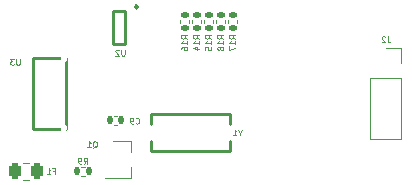
<source format=gbr>
%TF.GenerationSoftware,KiCad,Pcbnew,6.0.4-6f826c9f35~116~ubuntu21.10.1*%
%TF.CreationDate,2022-04-05T23:43:51+08:00*%
%TF.ProjectId,ST_Link_V2.1,53545f4c-696e-46b5-9f56-322e312e6b69,rev?*%
%TF.SameCoordinates,Original*%
%TF.FileFunction,Legend,Bot*%
%TF.FilePolarity,Positive*%
%FSLAX46Y46*%
G04 Gerber Fmt 4.6, Leading zero omitted, Abs format (unit mm)*
G04 Created by KiCad (PCBNEW 6.0.4-6f826c9f35~116~ubuntu21.10.1) date 2022-04-05 23:43:51*
%MOMM*%
%LPD*%
G01*
G04 APERTURE LIST*
G04 Aperture macros list*
%AMRoundRect*
0 Rectangle with rounded corners*
0 $1 Rounding radius*
0 $2 $3 $4 $5 $6 $7 $8 $9 X,Y pos of 4 corners*
0 Add a 4 corners polygon primitive as box body*
4,1,4,$2,$3,$4,$5,$6,$7,$8,$9,$2,$3,0*
0 Add four circle primitives for the rounded corners*
1,1,$1+$1,$2,$3*
1,1,$1+$1,$4,$5*
1,1,$1+$1,$6,$7*
1,1,$1+$1,$8,$9*
0 Add four rect primitives between the rounded corners*
20,1,$1+$1,$2,$3,$4,$5,0*
20,1,$1+$1,$4,$5,$6,$7,0*
20,1,$1+$1,$6,$7,$8,$9,0*
20,1,$1+$1,$8,$9,$2,$3,0*%
G04 Aperture macros list end*
%ADD10C,0.125000*%
%ADD11C,0.100000*%
%ADD12C,0.120000*%
%ADD13C,0.254000*%
%ADD14C,0.250000*%
%ADD15C,0.600000*%
%ADD16O,2.000000X0.900000*%
%ADD17O,1.700000X0.900000*%
%ADD18R,1.700000X1.700000*%
%ADD19O,1.700000X1.700000*%
%ADD20RoundRect,0.140000X-0.140000X-0.170000X0.140000X-0.170000X0.140000X0.170000X-0.140000X0.170000X0*%
%ADD21RoundRect,0.243750X0.243750X0.456250X-0.243750X0.456250X-0.243750X-0.456250X0.243750X-0.456250X0*%
%ADD22R,0.900000X0.800000*%
%ADD23RoundRect,0.135000X-0.135000X-0.185000X0.135000X-0.185000X0.135000X0.185000X-0.135000X0.185000X0*%
%ADD24RoundRect,0.135000X-0.185000X0.135000X-0.185000X-0.135000X0.185000X-0.135000X0.185000X0.135000X0*%
%ADD25R,1.100000X0.600000*%
%ADD26R,2.200000X1.000000*%
%ADD27R,2.200000X3.500000*%
%ADD28R,1.900000X2.400000*%
G04 APERTURE END LIST*
D10*
%TO.C,J2*%
X89828666Y-79228190D02*
X89828666Y-79585333D01*
X89852476Y-79656761D01*
X89900095Y-79704380D01*
X89971523Y-79728190D01*
X90019142Y-79728190D01*
X89614380Y-79275809D02*
X89590571Y-79252000D01*
X89542952Y-79228190D01*
X89423904Y-79228190D01*
X89376285Y-79252000D01*
X89352476Y-79275809D01*
X89328666Y-79323428D01*
X89328666Y-79371047D01*
X89352476Y-79442476D01*
X89638190Y-79728190D01*
X89328666Y-79728190D01*
D11*
%TO.C,C9*%
X68483333Y-86578571D02*
X68507142Y-86602380D01*
X68578571Y-86626190D01*
X68626190Y-86626190D01*
X68697619Y-86602380D01*
X68745238Y-86554761D01*
X68769047Y-86507142D01*
X68792857Y-86411904D01*
X68792857Y-86340476D01*
X68769047Y-86245238D01*
X68745238Y-86197619D01*
X68697619Y-86150000D01*
X68626190Y-86126190D01*
X68578571Y-86126190D01*
X68507142Y-86150000D01*
X68483333Y-86173809D01*
X68245238Y-86626190D02*
X68150000Y-86626190D01*
X68102380Y-86602380D01*
X68078571Y-86578571D01*
X68030952Y-86507142D01*
X68007142Y-86411904D01*
X68007142Y-86221428D01*
X68030952Y-86173809D01*
X68054761Y-86150000D01*
X68102380Y-86126190D01*
X68197619Y-86126190D01*
X68245238Y-86150000D01*
X68269047Y-86173809D01*
X68292857Y-86221428D01*
X68292857Y-86340476D01*
X68269047Y-86388095D01*
X68245238Y-86411904D01*
X68197619Y-86435714D01*
X68102380Y-86435714D01*
X68054761Y-86411904D01*
X68030952Y-86388095D01*
X68007142Y-86340476D01*
%TO.C,F1*%
X61507666Y-90642285D02*
X61674333Y-90642285D01*
X61674333Y-90904190D02*
X61674333Y-90404190D01*
X61436238Y-90404190D01*
X60983857Y-90904190D02*
X61269571Y-90904190D01*
X61126714Y-90904190D02*
X61126714Y-90404190D01*
X61174333Y-90475619D01*
X61221952Y-90523238D01*
X61269571Y-90547047D01*
%TO.C,Q1*%
X64847619Y-88673809D02*
X64895238Y-88650000D01*
X64942857Y-88602380D01*
X65014285Y-88530952D01*
X65061904Y-88507142D01*
X65109523Y-88507142D01*
X65085714Y-88626190D02*
X65133333Y-88602380D01*
X65180952Y-88554761D01*
X65204761Y-88459523D01*
X65204761Y-88292857D01*
X65180952Y-88197619D01*
X65133333Y-88150000D01*
X65085714Y-88126190D01*
X64990476Y-88126190D01*
X64942857Y-88150000D01*
X64895238Y-88197619D01*
X64871428Y-88292857D01*
X64871428Y-88459523D01*
X64895238Y-88554761D01*
X64942857Y-88602380D01*
X64990476Y-88626190D01*
X65085714Y-88626190D01*
X64395238Y-88626190D02*
X64680952Y-88626190D01*
X64538095Y-88626190D02*
X64538095Y-88126190D01*
X64585714Y-88197619D01*
X64633333Y-88245238D01*
X64680952Y-88269047D01*
%TO.C,R9*%
X64091333Y-90015190D02*
X64258000Y-89777095D01*
X64377047Y-90015190D02*
X64377047Y-89515190D01*
X64186571Y-89515190D01*
X64138952Y-89539000D01*
X64115142Y-89562809D01*
X64091333Y-89610428D01*
X64091333Y-89681857D01*
X64115142Y-89729476D01*
X64138952Y-89753285D01*
X64186571Y-89777095D01*
X64377047Y-89777095D01*
X63853238Y-90015190D02*
X63758000Y-90015190D01*
X63710380Y-89991380D01*
X63686571Y-89967571D01*
X63638952Y-89896142D01*
X63615142Y-89800904D01*
X63615142Y-89610428D01*
X63638952Y-89562809D01*
X63662761Y-89539000D01*
X63710380Y-89515190D01*
X63805619Y-89515190D01*
X63853238Y-89539000D01*
X63877047Y-89562809D01*
X63900857Y-89610428D01*
X63900857Y-89729476D01*
X63877047Y-89777095D01*
X63853238Y-89800904D01*
X63805619Y-89824714D01*
X63710380Y-89824714D01*
X63662761Y-89800904D01*
X63638952Y-89777095D01*
X63615142Y-89729476D01*
%TO.C,R14*%
X73886190Y-79434571D02*
X73648095Y-79267904D01*
X73886190Y-79148857D02*
X73386190Y-79148857D01*
X73386190Y-79339333D01*
X73410000Y-79386952D01*
X73433809Y-79410761D01*
X73481428Y-79434571D01*
X73552857Y-79434571D01*
X73600476Y-79410761D01*
X73624285Y-79386952D01*
X73648095Y-79339333D01*
X73648095Y-79148857D01*
X73886190Y-79910761D02*
X73886190Y-79625047D01*
X73886190Y-79767904D02*
X73386190Y-79767904D01*
X73457619Y-79720285D01*
X73505238Y-79672666D01*
X73529047Y-79625047D01*
X73552857Y-80339333D02*
X73886190Y-80339333D01*
X73362380Y-80220285D02*
X73719523Y-80101238D01*
X73719523Y-80410761D01*
%TO.C,R16*%
X72870190Y-79434571D02*
X72632095Y-79267904D01*
X72870190Y-79148857D02*
X72370190Y-79148857D01*
X72370190Y-79339333D01*
X72394000Y-79386952D01*
X72417809Y-79410761D01*
X72465428Y-79434571D01*
X72536857Y-79434571D01*
X72584476Y-79410761D01*
X72608285Y-79386952D01*
X72632095Y-79339333D01*
X72632095Y-79148857D01*
X72870190Y-79910761D02*
X72870190Y-79625047D01*
X72870190Y-79767904D02*
X72370190Y-79767904D01*
X72441619Y-79720285D01*
X72489238Y-79672666D01*
X72513047Y-79625047D01*
X72370190Y-80339333D02*
X72370190Y-80244095D01*
X72394000Y-80196476D01*
X72417809Y-80172666D01*
X72489238Y-80125047D01*
X72584476Y-80101238D01*
X72774952Y-80101238D01*
X72822571Y-80125047D01*
X72846380Y-80148857D01*
X72870190Y-80196476D01*
X72870190Y-80291714D01*
X72846380Y-80339333D01*
X72822571Y-80363142D01*
X72774952Y-80386952D01*
X72655904Y-80386952D01*
X72608285Y-80363142D01*
X72584476Y-80339333D01*
X72560666Y-80291714D01*
X72560666Y-80196476D01*
X72584476Y-80148857D01*
X72608285Y-80125047D01*
X72655904Y-80101238D01*
%TO.C,R17*%
X76934190Y-79434571D02*
X76696095Y-79267904D01*
X76934190Y-79148857D02*
X76434190Y-79148857D01*
X76434190Y-79339333D01*
X76458000Y-79386952D01*
X76481809Y-79410761D01*
X76529428Y-79434571D01*
X76600857Y-79434571D01*
X76648476Y-79410761D01*
X76672285Y-79386952D01*
X76696095Y-79339333D01*
X76696095Y-79148857D01*
X76934190Y-79910761D02*
X76934190Y-79625047D01*
X76934190Y-79767904D02*
X76434190Y-79767904D01*
X76505619Y-79720285D01*
X76553238Y-79672666D01*
X76577047Y-79625047D01*
X76434190Y-80077428D02*
X76434190Y-80410761D01*
X76934190Y-80196476D01*
%TO.C,R18*%
X75918190Y-79434571D02*
X75680095Y-79267904D01*
X75918190Y-79148857D02*
X75418190Y-79148857D01*
X75418190Y-79339333D01*
X75442000Y-79386952D01*
X75465809Y-79410761D01*
X75513428Y-79434571D01*
X75584857Y-79434571D01*
X75632476Y-79410761D01*
X75656285Y-79386952D01*
X75680095Y-79339333D01*
X75680095Y-79148857D01*
X75918190Y-79910761D02*
X75918190Y-79625047D01*
X75918190Y-79767904D02*
X75418190Y-79767904D01*
X75489619Y-79720285D01*
X75537238Y-79672666D01*
X75561047Y-79625047D01*
X75632476Y-80196476D02*
X75608666Y-80148857D01*
X75584857Y-80125047D01*
X75537238Y-80101238D01*
X75513428Y-80101238D01*
X75465809Y-80125047D01*
X75442000Y-80148857D01*
X75418190Y-80196476D01*
X75418190Y-80291714D01*
X75442000Y-80339333D01*
X75465809Y-80363142D01*
X75513428Y-80386952D01*
X75537238Y-80386952D01*
X75584857Y-80363142D01*
X75608666Y-80339333D01*
X75632476Y-80291714D01*
X75632476Y-80196476D01*
X75656285Y-80148857D01*
X75680095Y-80125047D01*
X75727714Y-80101238D01*
X75822952Y-80101238D01*
X75870571Y-80125047D01*
X75894380Y-80148857D01*
X75918190Y-80196476D01*
X75918190Y-80291714D01*
X75894380Y-80339333D01*
X75870571Y-80363142D01*
X75822952Y-80386952D01*
X75727714Y-80386952D01*
X75680095Y-80363142D01*
X75656285Y-80339333D01*
X75632476Y-80291714D01*
%TO.C,U2*%
X67563952Y-80361466D02*
X67563952Y-80766228D01*
X67540142Y-80813847D01*
X67516333Y-80837656D01*
X67468714Y-80861466D01*
X67373476Y-80861466D01*
X67325857Y-80837656D01*
X67302047Y-80813847D01*
X67278238Y-80766228D01*
X67278238Y-80361466D01*
X67063952Y-80409085D02*
X67040142Y-80385276D01*
X66992523Y-80361466D01*
X66873476Y-80361466D01*
X66825857Y-80385276D01*
X66802047Y-80409085D01*
X66778238Y-80456704D01*
X66778238Y-80504323D01*
X66802047Y-80575752D01*
X67087761Y-80861466D01*
X66778238Y-80861466D01*
%TO.C,U3*%
X58673952Y-81133190D02*
X58673952Y-81537952D01*
X58650142Y-81585571D01*
X58626333Y-81609380D01*
X58578714Y-81633190D01*
X58483476Y-81633190D01*
X58435857Y-81609380D01*
X58412047Y-81585571D01*
X58388238Y-81537952D01*
X58388238Y-81133190D01*
X58197761Y-81133190D02*
X57888238Y-81133190D01*
X58054904Y-81323666D01*
X57983476Y-81323666D01*
X57935857Y-81347476D01*
X57912047Y-81371285D01*
X57888238Y-81418904D01*
X57888238Y-81537952D01*
X57912047Y-81585571D01*
X57935857Y-81609380D01*
X57983476Y-81633190D01*
X58126333Y-81633190D01*
X58173952Y-81609380D01*
X58197761Y-81585571D01*
%TO.C,Y1*%
X77338095Y-87388095D02*
X77338095Y-87626190D01*
X77504761Y-87126190D02*
X77338095Y-87388095D01*
X77171428Y-87126190D01*
X76742857Y-87626190D02*
X77028571Y-87626190D01*
X76885714Y-87626190D02*
X76885714Y-87126190D01*
X76933333Y-87197619D01*
X76980952Y-87245238D01*
X77028571Y-87269047D01*
%TO.C,R15*%
X74902190Y-79434571D02*
X74664095Y-79267904D01*
X74902190Y-79148857D02*
X74402190Y-79148857D01*
X74402190Y-79339333D01*
X74426000Y-79386952D01*
X74449809Y-79410761D01*
X74497428Y-79434571D01*
X74568857Y-79434571D01*
X74616476Y-79410761D01*
X74640285Y-79386952D01*
X74664095Y-79339333D01*
X74664095Y-79148857D01*
X74902190Y-79910761D02*
X74902190Y-79625047D01*
X74902190Y-79767904D02*
X74402190Y-79767904D01*
X74473619Y-79720285D01*
X74521238Y-79672666D01*
X74545047Y-79625047D01*
X74402190Y-80363142D02*
X74402190Y-80125047D01*
X74640285Y-80101238D01*
X74616476Y-80125047D01*
X74592666Y-80172666D01*
X74592666Y-80291714D01*
X74616476Y-80339333D01*
X74640285Y-80363142D01*
X74687904Y-80386952D01*
X74806952Y-80386952D01*
X74854571Y-80363142D01*
X74878380Y-80339333D01*
X74902190Y-80291714D01*
X74902190Y-80172666D01*
X74878380Y-80125047D01*
X74854571Y-80101238D01*
D12*
%TO.C,J2*%
X88332000Y-82804000D02*
X88332000Y-87944000D01*
X90992000Y-82804000D02*
X90992000Y-87944000D01*
X90992000Y-80204000D02*
X89662000Y-80204000D01*
X90992000Y-87944000D02*
X88332000Y-87944000D01*
X90992000Y-82804000D02*
X88332000Y-82804000D01*
X90992000Y-81534000D02*
X90992000Y-80204000D01*
%TO.C,C9*%
X66694164Y-86720000D02*
X66909836Y-86720000D01*
X66694164Y-86000000D02*
X66909836Y-86000000D01*
%TO.C,F1*%
X59440578Y-91388000D02*
X58923422Y-91388000D01*
X59440578Y-89968000D02*
X58923422Y-89968000D01*
%TO.C,Q1*%
X68070000Y-91242000D02*
X68070000Y-90312000D01*
X68070000Y-88082000D02*
X66610000Y-88082000D01*
X68070000Y-88082000D02*
X68070000Y-89012000D01*
X68070000Y-91242000D02*
X65910000Y-91242000D01*
%TO.C,R9*%
X63854359Y-90298000D02*
X64161641Y-90298000D01*
X63854359Y-91058000D02*
X64161641Y-91058000D01*
%TO.C,R14*%
X74040000Y-77824359D02*
X74040000Y-78131641D01*
X73280000Y-77824359D02*
X73280000Y-78131641D01*
%TO.C,R16*%
X73024000Y-77824359D02*
X73024000Y-78131641D01*
X72264000Y-77824359D02*
X72264000Y-78131641D01*
%TO.C,R17*%
X76328000Y-77824359D02*
X76328000Y-78131641D01*
X77088000Y-77824359D02*
X77088000Y-78131641D01*
%TO.C,R18*%
X76072000Y-77824359D02*
X76072000Y-78131641D01*
X75312000Y-77824359D02*
X75312000Y-78131641D01*
D13*
%TO.C,U2*%
X67556000Y-77086000D02*
X67556000Y-79886000D01*
X66556000Y-79886000D02*
X67556000Y-79886000D01*
X66556000Y-77086000D02*
X66556000Y-79886000D01*
X66556000Y-77086000D02*
X67556000Y-77086000D01*
D14*
X68681000Y-76736000D02*
G75*
G03*
X68681000Y-76736000I-125000J0D01*
G01*
D13*
%TO.C,U3*%
X62614000Y-81074000D02*
X62614000Y-87074000D01*
X59814000Y-81074000D02*
X59814000Y-87074000D01*
X59814000Y-87074000D02*
X62614000Y-87074000D01*
X59814000Y-81074000D02*
X62614000Y-81074000D01*
%TO.C,Y1*%
X69827000Y-88076000D02*
X69827000Y-88976000D01*
X69827000Y-85776000D02*
X69827000Y-86676000D01*
X69827000Y-85776000D02*
X76477000Y-85776000D01*
X76477000Y-88076000D02*
X76477000Y-88976000D01*
X69827000Y-88976000D02*
X76477000Y-88976000D01*
X76477000Y-85776000D02*
X76477000Y-86676000D01*
D12*
%TO.C,R15*%
X74296000Y-77824359D02*
X74296000Y-78131641D01*
X75056000Y-77824359D02*
X75056000Y-78131641D01*
%TD*%
%LPC*%
D15*
%TO.C,J1*%
X62410000Y-81184000D03*
X62410000Y-86964000D03*
D16*
X62890000Y-79754000D03*
X62890000Y-88394000D03*
D17*
X58720000Y-79754000D03*
X58720000Y-88394000D03*
%TD*%
D18*
%TO.C,J3*%
X82042000Y-78994000D03*
D19*
X82042000Y-81534000D03*
X82042000Y-84074000D03*
X82042000Y-86614000D03*
X82042000Y-89154000D03*
X84582000Y-78994000D03*
X84582000Y-81534000D03*
X84582000Y-84074000D03*
X84582000Y-86614000D03*
X84582000Y-89154000D03*
X87122000Y-78994000D03*
X87122000Y-81534000D03*
X87122000Y-84074000D03*
X87122000Y-86614000D03*
X87122000Y-89154000D03*
%TD*%
D18*
%TO.C,J2*%
X89662000Y-81534000D03*
D19*
X89662000Y-84074000D03*
X89662000Y-86614000D03*
%TD*%
D20*
%TO.C,C9*%
X66322000Y-86360000D03*
X67282000Y-86360000D03*
%TD*%
D21*
%TO.C,F1*%
X60119500Y-90678000D03*
X58244500Y-90678000D03*
%TD*%
D22*
%TO.C,Q1*%
X66310000Y-90612000D03*
X66310000Y-88712000D03*
X68310000Y-89662000D03*
%TD*%
D23*
%TO.C,R9*%
X63498000Y-90678000D03*
X64518000Y-90678000D03*
%TD*%
D24*
%TO.C,R14*%
X73660000Y-77468000D03*
X73660000Y-78488000D03*
%TD*%
%TO.C,R16*%
X72644000Y-77468000D03*
X72644000Y-78488000D03*
%TD*%
%TO.C,R17*%
X76708000Y-77468000D03*
X76708000Y-78488000D03*
%TD*%
%TO.C,R18*%
X75692000Y-77468000D03*
X75692000Y-78488000D03*
%TD*%
D25*
%TO.C,U2*%
X68456000Y-77536000D03*
X68456000Y-78486000D03*
X68456000Y-79436000D03*
X65656000Y-79436000D03*
X65656000Y-77536000D03*
%TD*%
D26*
%TO.C,U3*%
X64214000Y-81774000D03*
X64214000Y-84074000D03*
D27*
X58214000Y-84074000D03*
D26*
X64214000Y-86374000D03*
%TD*%
D28*
%TO.C,Y1*%
X71102000Y-87376000D03*
X75202000Y-87376000D03*
%TD*%
D24*
%TO.C,R15*%
X74676000Y-77468000D03*
X74676000Y-78488000D03*
%TD*%
M02*

</source>
